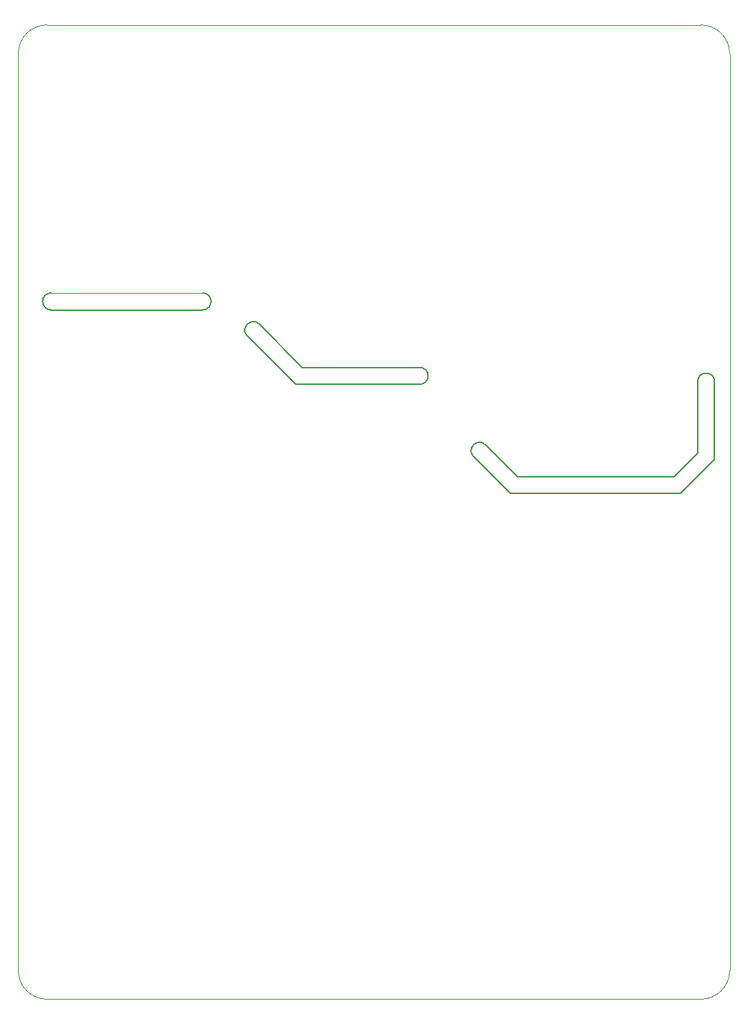
<source format=gbr>
%TF.GenerationSoftware,KiCad,Pcbnew,7.0.1*%
%TF.CreationDate,2023-11-07T15:52:04+07:00*%
%TF.ProjectId,Hot-plate-controller,486f742d-706c-4617-9465-2d636f6e7472,rev?*%
%TF.SameCoordinates,Original*%
%TF.FileFunction,Profile,NP*%
%FSLAX46Y46*%
G04 Gerber Fmt 4.6, Leading zero omitted, Abs format (unit mm)*
G04 Created by KiCad (PCBNEW 7.0.1) date 2023-11-07 15:52:04*
%MOMM*%
%LPD*%
G01*
G04 APERTURE LIST*
%TA.AperFunction,Profile*%
%ADD10C,0.200000*%
%TD*%
%TA.AperFunction,Profile*%
%ADD11C,0.100000*%
%TD*%
G04 APERTURE END LIST*
D10*
X113658732Y-88623946D02*
X117992186Y-92957400D01*
D11*
X143862000Y-41097200D02*
X143862000Y-149174200D01*
X63347600Y-37697200D02*
X140462000Y-37697200D01*
D10*
X93479159Y-78079600D02*
X107300731Y-78079600D01*
D11*
X59947600Y-149174200D02*
G75*
G03*
X63347600Y-152574200I3400000J0D01*
G01*
D10*
X81683505Y-71298719D02*
X63817719Y-71298719D01*
D11*
X63347600Y-152574200D02*
X140462000Y-152574200D01*
D10*
X137262186Y-90957400D02*
X118820613Y-90957400D01*
X115072945Y-87209732D02*
G75*
G03*
X113658732Y-88623946I-707106J-707107D01*
G01*
D11*
X140462000Y-152574200D02*
G75*
G03*
X143862000Y-149174200I0J3400000D01*
G01*
D10*
X138090613Y-92957400D02*
X117992186Y-92957400D01*
X140070512Y-88149073D02*
X137262186Y-90957400D01*
X118820613Y-90957400D02*
X115072947Y-87209734D01*
D11*
X63347600Y-37697200D02*
G75*
G03*
X59947600Y-41097200I0J-3400000D01*
G01*
X63817719Y-69298719D02*
X81683505Y-69298719D01*
D10*
X63817719Y-69298681D02*
G75*
G03*
X63817719Y-71298719I-19J-1000019D01*
G01*
X140070512Y-88149073D02*
X140070512Y-79763287D01*
X107300731Y-80079600D02*
X92650731Y-80079600D01*
D11*
X59947600Y-41097200D02*
X59947600Y-149174200D01*
D10*
X142070512Y-88977501D02*
X138090613Y-92957400D01*
X88387990Y-72988431D02*
G75*
G03*
X86973776Y-74402645I-707107J-707107D01*
G01*
X142070512Y-79763287D02*
G75*
G03*
X140070512Y-79763287I-1000000J0D01*
G01*
X107300731Y-80079510D02*
G75*
G03*
X107300731Y-78079600I69J999955D01*
G01*
X92650731Y-80079600D02*
X86973776Y-74402645D01*
X93479159Y-78079600D02*
X88387990Y-72988431D01*
D11*
X143862000Y-41097200D02*
G75*
G03*
X140462000Y-37697200I-3400000J0D01*
G01*
D10*
X81683505Y-71298681D02*
G75*
G03*
X81683505Y-69298719I-5J999981D01*
G01*
X142070512Y-88977501D02*
X142070512Y-79763287D01*
M02*

</source>
